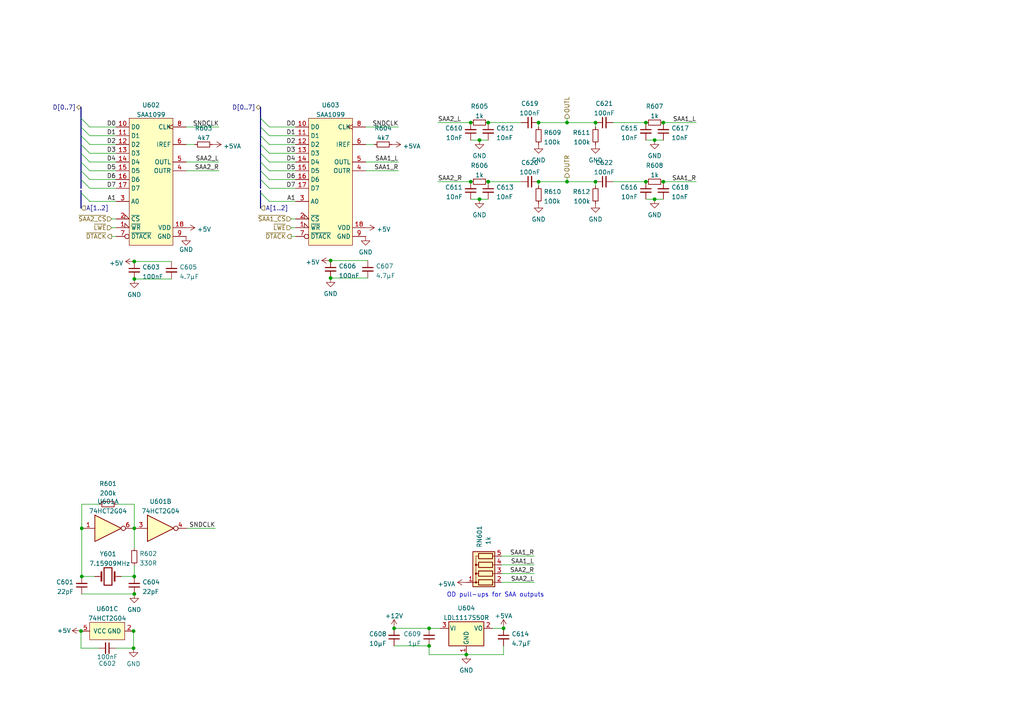
<source format=kicad_sch>
(kicad_sch (version 20210621) (generator eeschema)
  (paper "A4")
  (lib_symbols
    (symbol "68komputer-common:74HCT2G04" (pin_names (offset 1.016))
      (property "Reference" "U" (at 0 3.81 0))
      (property "Value" "74HCT2G04" (at 0 -5.08 0))
      (symbol "74HCT2G04_1_0"
        (polyline (pts (xy -3.81 3.81) (xy -3.81 -3.81) (xy 3.81 0) (xy -3.81 3.81)) (stroke (width 0.254)) (fill (type background)))
        (pin input line (at -7.62 0 0) (length 3.81) (name "~") (number "1"))
        (pin output inverted (at 7.62 0 180) (length 3.81) (name "~") (number "6"))
      )
      (symbol "74HCT2G04_2_0"
        (polyline (pts (xy -3.81 3.81) (xy -3.81 -3.81) (xy 3.81 0) (xy -3.81 3.81)) (stroke (width 0.254)) (fill (type background)))
        (pin input line (at -7.62 0 0) (length 3.81) (name "~") (number "3"))
        (pin output inverted (at 7.62 0 180) (length 3.81) (name "~") (number "4"))
      )
      (symbol "74HCT2G04_3_1"
        (rectangle (start -5.08 -2.54) (end 5.08 -7.62) (stroke (width 0.1524)) (fill (type background)))
        (pin power_in line (at 7.62 -5.08 180) (length 2.54) (name "GND") (number "2"))
        (pin power_in line (at -7.62 -5.08 0) (length 2.54) (name "VCC") (number "5"))
      )
    )
    (symbol "68komputer-common:SAA1099"
      (property "Reference" "U" (at 0 5.08 0))
      (property "Value" "SAA1099" (at 0 2.54 0))
      (symbol "SAA1099_0_1"
        (rectangle (start -6.35 1.27) (end 6.35 -35.56) (stroke (width 0.1524)) (fill (type background)))
      )
      (symbol "SAA1099_1_0"
        (pin input input_low (at -10.16 -30.48 0) (length 3.81) (name "~{WR}") (number "1"))
        (pin tri_state line (at -10.16 -1.27 0) (length 3.81) (name "D0") (number "10"))
        (pin tri_state line (at -10.16 -3.81 0) (length 3.81) (name "D1") (number "11"))
        (pin tri_state line (at -10.16 -6.35 0) (length 3.81) (name "D2") (number "12"))
        (pin tri_state line (at -10.16 -8.89 0) (length 3.81) (name "D3") (number "13"))
        (pin tri_state line (at -10.16 -11.43 0) (length 3.81) (name "D4") (number "14"))
        (pin tri_state line (at -10.16 -13.97 0) (length 3.81) (name "D5") (number "15"))
        (pin tri_state line (at -10.16 -16.51 0) (length 3.81) (name "D6") (number "16"))
        (pin tri_state line (at -10.16 -19.05 0) (length 3.81) (name "D7") (number "17"))
        (pin power_in line (at 10.16 -30.48 180) (length 3.81) (name "VDD") (number "18"))
        (pin input input_low (at -10.16 -27.94 0) (length 3.81) (name "~{CS}") (number "2"))
        (pin input line (at -10.16 -22.86 0) (length 3.81) (name "A0") (number "3"))
        (pin output line (at 10.16 -13.97 180) (length 3.81) (name "OUTR") (number "4"))
        (pin output line (at 10.16 -11.43 180) (length 3.81) (name "OUTL") (number "5"))
        (pin output line (at 10.16 -6.35 180) (length 3.81) (name "IREF") (number "6"))
        (pin tri_state inverted (at -10.16 -33.02 0) (length 3.81) (name "~{DTACK}") (number "7"))
        (pin input clock (at 10.16 -1.27 180) (length 3.81) (name "CLK") (number "8"))
        (pin power_in line (at 10.16 -33.02 180) (length 3.81) (name "GND") (number "9"))
      )
    )
    (symbol "Device:C_Small" (pin_numbers hide) (pin_names (offset 0.254) hide)
      (property "Reference" "C" (at 0.254 1.778 0))
      (property "Value" "C_Small" (at 0.254 -2.032 0))
      (symbol "C_Small_0_1"
        (polyline (pts (xy -1.524 -0.508) (xy 1.524 -0.508)) (stroke (width 0.3302)))
        (polyline (pts (xy -1.524 0.508) (xy 1.524 0.508)) (stroke (width 0.3048)))
      )
      (symbol "C_Small_1_1"
        (pin passive line (at 0 2.54 270) (length 2.032) (name "~") (number "1"))
        (pin passive line (at 0 -2.54 90) (length 2.032) (name "~") (number "2"))
      )
    )
    (symbol "Device:Crystal" (pin_numbers hide) (pin_names (offset 1.016) hide)
      (property "Reference" "Y" (at 0 3.81 0))
      (property "Value" "Crystal" (at 0 -3.81 0))
      (symbol "Crystal_0_1"
        (rectangle (start -1.143 2.54) (end 1.143 -2.54) (stroke (width 0.3048)))
        (polyline (pts (xy -2.54 0) (xy -1.905 0)))
        (polyline (pts (xy -1.905 -1.27) (xy -1.905 1.27)) (stroke (width 0.508)))
        (polyline (pts (xy 1.905 -1.27) (xy 1.905 1.27)) (stroke (width 0.508)))
        (polyline (pts (xy 2.54 0) (xy 1.905 0)))
      )
      (symbol "Crystal_1_1"
        (pin passive line (at -3.81 0 0) (length 1.27) (name "1") (number "1"))
        (pin passive line (at 3.81 0 180) (length 1.27) (name "2") (number "2"))
      )
    )
    (symbol "Device:R_Network04" (pin_names (offset 0) hide)
      (property "Reference" "RN" (at -7.62 0 90))
      (property "Value" "R_Network04" (at 5.08 0 90))
      (symbol "R_Network04_0_1"
        (rectangle (start -6.35 -3.175) (end 3.81 3.175) (stroke (width 0.254)) (fill (type background)))
        (rectangle (start -5.842 1.524) (end -4.318 -2.54) (stroke (width 0.254)))
        (circle (center -5.08 2.286) (radius 0.254) (fill (type outline)))
        (rectangle (start -3.302 1.524) (end -1.778 -2.54) (stroke (width 0.254)))
        (circle (center -2.54 2.286) (radius 0.254) (fill (type outline)))
        (rectangle (start -0.762 1.524) (end 0.762 -2.54) (stroke (width 0.254)))
        (polyline (pts (xy -5.08 -2.54) (xy -5.08 -3.81)))
        (polyline (pts (xy -2.54 -2.54) (xy -2.54 -3.81)))
        (polyline (pts (xy 0 -2.54) (xy 0 -3.81)))
        (polyline (pts (xy 2.54 -2.54) (xy 2.54 -3.81)))
        (polyline (pts (xy -5.08 1.524) (xy -5.08 2.286) (xy -2.54 2.286) (xy -2.54 1.524)))
        (polyline (pts (xy -2.54 1.524) (xy -2.54 2.286) (xy 0 2.286) (xy 0 1.524)))
        (polyline (pts (xy 0 1.524) (xy 0 2.286) (xy 2.54 2.286) (xy 2.54 1.524)))
        (circle (center 0 2.286) (radius 0.254) (fill (type outline)))
        (rectangle (start 1.778 1.524) (end 3.302 -2.54) (stroke (width 0.254)))
      )
      (symbol "R_Network04_1_1"
        (pin passive line (at -5.08 5.08 270) (length 2.54) (name "common") (number "1"))
        (pin passive line (at -5.08 -5.08 90) (length 1.27) (name "R1") (number "2"))
        (pin passive line (at -2.54 -5.08 90) (length 1.27) (name "R2") (number "3"))
        (pin passive line (at 0 -5.08 90) (length 1.27) (name "R3") (number "4"))
        (pin passive line (at 2.54 -5.08 90) (length 1.27) (name "R4") (number "5"))
      )
    )
    (symbol "Device:R_Small" (pin_numbers hide) (pin_names (offset 0.254) hide)
      (property "Reference" "R" (at 0.762 0.508 0))
      (property "Value" "R_Small" (at 0.762 -1.016 0))
      (symbol "R_Small_0_1"
        (rectangle (start -0.762 1.778) (end 0.762 -1.778) (stroke (width 0.2032)))
      )
      (symbol "R_Small_1_1"
        (pin passive line (at 0 2.54 270) (length 0.762) (name "~") (number "1"))
        (pin passive line (at 0 -2.54 90) (length 0.762) (name "~") (number "2"))
      )
    )
    (symbol "Regulator_Linear:LD1117S50TR_SOT223" (pin_names (offset 0.254))
      (property "Reference" "U" (at -3.81 3.175 0))
      (property "Value" "LD1117S50TR_SOT223" (at 0 3.175 0))
      (symbol "LD1117S50TR_SOT223_0_1"
        (rectangle (start -5.08 -5.08) (end 5.08 1.905) (stroke (width 0.254)) (fill (type background)))
      )
      (symbol "LD1117S50TR_SOT223_1_1"
        (pin power_in line (at 0 -7.62 90) (length 2.54) (name "GND") (number "1"))
        (pin power_out line (at 7.62 0 180) (length 2.54) (name "VO") (number "2"))
        (pin power_in line (at -7.62 0 0) (length 2.54) (name "VI") (number "3"))
      )
    )
    (symbol "power:+12V" (power) (pin_names (offset 0))
      (property "Value" "+12V" (at 0 3.556 0))
      (symbol "+12V_0_1"
        (polyline (pts (xy -0.762 1.27) (xy 0 2.54)))
        (polyline (pts (xy 0 0) (xy 0 2.54)))
        (polyline (pts (xy 0 2.54) (xy 0.762 1.27)))
      )
      (symbol "+12V_1_1"
        (pin power_in line (at 0 0 90) (length 0) hide (name "+12V") (number "1"))
      )
    )
    (symbol "power:+5V" (power) (pin_names (offset 0))
      (property "Value" "+5V" (at 0 3.556 0))
      (symbol "+5V_0_1"
        (polyline (pts (xy -0.762 1.27) (xy 0 2.54)))
        (polyline (pts (xy 0 0) (xy 0 2.54)))
        (polyline (pts (xy 0 2.54) (xy 0.762 1.27)))
      )
      (symbol "+5V_1_1"
        (pin power_in line (at 0 0 90) (length 0) hide (name "+5V") (number "1"))
      )
    )
    (symbol "power:+5VA" (power) (pin_names (offset 0))
      (property "Value" "+5VA" (at 0 3.556 0))
      (symbol "+5VA_0_1"
        (polyline (pts (xy -0.762 1.27) (xy 0 2.54)))
        (polyline (pts (xy 0 0) (xy 0 2.54)))
        (polyline (pts (xy 0 2.54) (xy 0.762 1.27)))
      )
      (symbol "+5VA_1_1"
        (pin power_in line (at 0 0 90) (length 0) hide (name "+5VA") (number "1"))
      )
    )
    (symbol "power:GND" (power) (pin_names (offset 0))
      (property "Value" "GND" (at 0 -3.81 0))
      (symbol "GND_0_1"
        (polyline (pts (xy 0 0) (xy 0 -1.27) (xy 1.27 -1.27) (xy 0 -2.54) (xy -1.27 -1.27) (xy 0 -1.27)))
      )
      (symbol "GND_1_1"
        (pin power_in line (at 0 0 270) (length 0) hide (name "GND") (number "1"))
      )
    )
  )
  (junction (at 23.7109 167.1994))
  (junction (at 156.21 35.56))
  (junction (at 136.525 35.56))
  (junction (at 141.605 52.705))
  (junction (at 172.72 52.705))
  (junction (at 187.325 35.56))
  (junction (at 192.405 35.56))
  (junction (at 189.865 57.785))
  (junction (at 124.46 182.245))
  (junction (at 114.3 182.245))
  (junction (at 38.9509 172.2794))
  (junction (at 124.46 187.325))
  (junction (at 192.405 52.705))
  (junction (at 23.7109 153.2294))
  (junction (at 146.05 182.245))
  (junction (at 38.735 187.9986))
  (junction (at 38.9509 167.1994))
  (junction (at 139.065 40.64))
  (junction (at 38.735 183.036))
  (junction (at 136.525 52.705))
  (junction (at 156.21 52.705))
  (junction (at 38.9509 153.2294))
  (junction (at 38.9509 75.8385))
  (junction (at 141.605 35.56))
  (junction (at 95.885 80.645))
  (junction (at 23.495 183.036))
  (junction (at 187.325 52.705))
  (junction (at 189.865 40.64))
  (junction (at 139.065 57.785))
  (junction (at 95.885 75.565))
  (junction (at 38.9509 80.9185))
  (junction (at 135.255 189.865))
  (junction (at 164.465 52.705))
  (junction (at 164.465 35.56))
  (junction (at 172.72 35.56))
  (bus_entry (at 26.035 52.07) (size -2.54 -2.54))
  (bus_entry (at 78.105 41.91) (size -2.54 -2.54))
  (bus_entry (at 26.035 36.83) (size -2.54 -2.54))
  (bus_entry (at 78.105 46.99) (size -2.54 -2.54))
  (bus_entry (at 26.035 44.45) (size -2.54 -2.54))
  (bus_entry (at 23.495 55.88) (size 2.54 2.54))
  (bus_entry (at 78.105 52.07) (size -2.54 -2.54))
  (bus_entry (at 78.105 36.83) (size -2.54 -2.54))
  (bus_entry (at 78.105 44.45) (size -2.54 -2.54))
  (bus_entry (at 78.105 49.53) (size -2.54 -2.54))
  (bus_entry (at 78.105 54.61) (size -2.54 -2.54))
  (bus_entry (at 26.035 49.53) (size -2.54 -2.54))
  (bus_entry (at 26.035 54.61) (size -2.54 -2.54))
  (bus_entry (at 26.035 41.91) (size -2.54 -2.54))
  (bus_entry (at 26.035 46.99) (size -2.54 -2.54))
  (bus_entry (at 75.565 55.88) (size 2.54 2.54))
  (bus_entry (at 26.035 39.37) (size -2.54 -2.54))
  (bus_entry (at 78.105 39.37) (size -2.54 -2.54))
  (bus (pts (xy 23.495 55.88) (xy 23.495 60.325)))
  (bus (pts (xy 75.565 41.91) (xy 75.565 44.45)))
  (wire (pts (xy 164.465 51.435) (xy 164.465 52.705)))
  (bus (pts (xy 23.495 39.37) (xy 23.495 41.91)))
  (bus (pts (xy 23.495 49.53) (xy 23.495 52.07)))
  (wire (pts (xy 142.875 182.245) (xy 146.05 182.245)))
  (wire (pts (xy 136.525 40.64) (xy 139.065 40.64)))
  (wire (pts (xy 139.065 40.64) (xy 141.605 40.64)))
  (wire (pts (xy 33.655 39.37) (xy 26.035 39.37)))
  (bus (pts (xy 23.495 34.29) (xy 23.495 36.83)))
  (wire (pts (xy 38.9509 146.2444) (xy 38.9509 153.2294)))
  (wire (pts (xy 124.46 182.245) (xy 127.635 182.245)))
  (wire (pts (xy 33.655 46.99) (xy 26.035 46.99)))
  (wire (pts (xy 53.975 49.53) (xy 63.5 49.53)))
  (wire (pts (xy 85.725 44.45) (xy 78.105 44.45)))
  (wire (pts (xy 192.405 40.64) (xy 189.865 40.64)))
  (wire (pts (xy 32.385 63.5) (xy 33.655 63.5)))
  (wire (pts (xy 145.415 163.83) (xy 154.94 163.83)))
  (wire (pts (xy 28.575 187.9986) (xy 23.495 187.9986)))
  (wire (pts (xy 53.975 36.83) (xy 63.5 36.83)))
  (wire (pts (xy 26.035 58.42) (xy 33.655 58.42)))
  (wire (pts (xy 85.725 36.83) (xy 78.105 36.83)))
  (bus (pts (xy 75.565 49.53) (xy 75.565 52.07)))
  (wire (pts (xy 33.655 36.83) (xy 26.035 36.83)))
  (wire (pts (xy 32.385 68.58) (xy 33.655 68.58)))
  (wire (pts (xy 84.455 68.58) (xy 85.725 68.58)))
  (wire (pts (xy 145.415 161.29) (xy 154.94 161.29)))
  (wire (pts (xy 156.21 52.705) (xy 156.21 53.975)))
  (wire (pts (xy 146.05 189.865) (xy 135.255 189.865)))
  (wire (pts (xy 78.105 58.42) (xy 85.725 58.42)))
  (wire (pts (xy 33.655 44.45) (xy 26.035 44.45)))
  (wire (pts (xy 95.885 75.565) (xy 106.68 75.565)))
  (wire (pts (xy 141.605 35.56) (xy 151.13 35.56)))
  (wire (pts (xy 114.3 187.325) (xy 124.46 187.325)))
  (wire (pts (xy 192.405 35.56) (xy 201.93 35.56)))
  (wire (pts (xy 189.865 57.785) (xy 187.325 57.785)))
  (wire (pts (xy 38.9509 80.9185) (xy 49.7459 80.9185)))
  (wire (pts (xy 106.045 49.53) (xy 115.57 49.53)))
  (wire (pts (xy 145.415 168.91) (xy 154.94 168.91)))
  (wire (pts (xy 106.045 36.83) (xy 115.57 36.83)))
  (bus (pts (xy 75.565 36.83) (xy 75.565 39.37)))
  (wire (pts (xy 38.9509 167.1994) (xy 38.9509 164.0244)))
  (wire (pts (xy 136.525 35.56) (xy 127 35.56)))
  (wire (pts (xy 106.045 41.91) (xy 108.585 41.91)))
  (wire (pts (xy 38.9509 153.2294) (xy 38.9509 158.9444)))
  (wire (pts (xy 32.385 66.04) (xy 33.655 66.04)))
  (bus (pts (xy 23.495 52.07) (xy 23.495 54.61)))
  (bus (pts (xy 23.495 46.99) (xy 23.495 49.53)))
  (wire (pts (xy 85.725 39.37) (xy 78.105 39.37)))
  (wire (pts (xy 23.7109 146.2444) (xy 28.7909 146.2444)))
  (wire (pts (xy 33.655 49.53) (xy 26.035 49.53)))
  (bus (pts (xy 75.565 44.45) (xy 75.565 46.99)))
  (wire (pts (xy 38.9509 75.8385) (xy 49.7459 75.8385)))
  (bus (pts (xy 75.565 55.245) (xy 75.565 55.88)))
  (wire (pts (xy 192.405 57.785) (xy 189.865 57.785)))
  (bus (pts (xy 23.495 41.91) (xy 23.495 44.45)))
  (wire (pts (xy 114.3 182.245) (xy 124.46 182.245)))
  (bus (pts (xy 75.565 52.07) (xy 75.565 54.61)))
  (wire (pts (xy 23.495 183.036) (xy 23.495 182.9186)))
  (wire (pts (xy 192.405 52.705) (xy 201.93 52.705)))
  (wire (pts (xy 54.1909 153.2294) (xy 62.4459 153.2294)))
  (bus (pts (xy 75.565 31.115) (xy 75.565 34.29)))
  (bus (pts (xy 75.565 55.88) (xy 75.565 60.325)))
  (wire (pts (xy 172.72 52.705) (xy 172.72 53.975)))
  (wire (pts (xy 53.975 41.91) (xy 56.515 41.91)))
  (wire (pts (xy 27.5209 167.1994) (xy 23.7109 167.1994)))
  (wire (pts (xy 85.725 52.07) (xy 78.105 52.07)))
  (wire (pts (xy 136.525 52.705) (xy 127 52.705)))
  (bus (pts (xy 23.495 44.45) (xy 23.495 46.99)))
  (wire (pts (xy 38.735 187.9986) (xy 38.735 183.036)))
  (wire (pts (xy 35.1409 167.1994) (xy 38.9509 167.1994)))
  (wire (pts (xy 189.865 40.64) (xy 187.325 40.64)))
  (wire (pts (xy 177.8 35.56) (xy 187.325 35.56)))
  (wire (pts (xy 85.725 46.99) (xy 78.105 46.99)))
  (wire (pts (xy 135.255 189.865) (xy 124.46 189.865)))
  (wire (pts (xy 85.725 41.91) (xy 78.105 41.91)))
  (bus (pts (xy 23.495 55.245) (xy 23.495 55.88)))
  (wire (pts (xy 23.495 187.9986) (xy 23.495 183.036)))
  (wire (pts (xy 177.8 52.705) (xy 187.325 52.705)))
  (wire (pts (xy 156.21 35.56) (xy 164.465 35.56)))
  (wire (pts (xy 164.465 35.56) (xy 172.72 35.56)))
  (wire (pts (xy 124.46 189.865) (xy 124.46 187.325)))
  (wire (pts (xy 33.655 41.91) (xy 26.035 41.91)))
  (bus (pts (xy 23.495 31.115) (xy 23.495 34.29)))
  (wire (pts (xy 172.72 35.56) (xy 172.72 36.83)))
  (wire (pts (xy 85.725 54.61) (xy 78.105 54.61)))
  (wire (pts (xy 164.465 52.705) (xy 172.72 52.705)))
  (wire (pts (xy 156.21 52.705) (xy 164.465 52.705)))
  (wire (pts (xy 164.465 34.29) (xy 164.465 35.56)))
  (wire (pts (xy 84.455 66.04) (xy 85.725 66.04)))
  (wire (pts (xy 146.05 187.325) (xy 146.05 189.865)))
  (wire (pts (xy 23.7109 172.2794) (xy 38.9509 172.2794)))
  (wire (pts (xy 33.655 54.61) (xy 26.035 54.61)))
  (wire (pts (xy 84.455 63.5) (xy 85.725 63.5)))
  (bus (pts (xy 75.565 39.37) (xy 75.565 41.91)))
  (wire (pts (xy 95.885 80.645) (xy 106.68 80.645)))
  (wire (pts (xy 53.975 46.99) (xy 63.5 46.99)))
  (wire (pts (xy 85.725 49.53) (xy 78.105 49.53)))
  (wire (pts (xy 33.8709 146.2444) (xy 38.9509 146.2444)))
  (wire (pts (xy 141.605 52.705) (xy 151.13 52.705)))
  (bus (pts (xy 75.565 34.29) (xy 75.565 36.83)))
  (wire (pts (xy 33.655 187.9986) (xy 38.735 187.9986)))
  (bus (pts (xy 23.495 36.83) (xy 23.495 39.37)))
  (wire (pts (xy 23.7109 153.2294) (xy 23.7109 167.1994)))
  (wire (pts (xy 156.21 35.56) (xy 156.21 36.83)))
  (wire (pts (xy 106.045 46.99) (xy 115.57 46.99)))
  (wire (pts (xy 38.735 183.036) (xy 38.735 182.9186)))
  (wire (pts (xy 139.065 57.785) (xy 141.605 57.785)))
  (wire (pts (xy 136.525 57.785) (xy 139.065 57.785)))
  (wire (pts (xy 33.655 52.07) (xy 26.035 52.07)))
  (bus (pts (xy 75.565 46.99) (xy 75.565 49.53)))
  (wire (pts (xy 23.7109 146.2444) (xy 23.7109 153.2294)))
  (wire (pts (xy 145.415 166.37) (xy 154.94 166.37)))
  (text "OD pull-ups for SAA outputs" (at 129.54 173.355 0) (effects (font (size 1.27 1.27)) (justify left bottom)))
  (label "SAA1_L" (at 154.94 163.83 180))
  (label "SNDCLK" (at 63.5 36.83 180))
  (label "D1" (at 85.725 39.37 180))
  (label "D7" (at 33.655 54.61 180))
  (label "SAA2_R" (at 63.5 49.53 180))
  (label "SNDCLK" (at 115.57 36.83 180))
  (label "D0" (at 85.725 36.83 180))
  (label "SAA1_L" (at 201.93 35.56 180))
  (label "D7" (at 85.725 54.61 180))
  (label "A1" (at 33.655 58.42 180))
  (label "SNDCLK" (at 62.4459 153.2294 180))
  (label "SAA2_L" (at 127 35.56 0))
  (label "D3" (at 85.725 44.45 180))
  (label "D5" (at 33.655 49.53 180))
  (label "A1" (at 85.725 58.42 180))
  (label "D5" (at 85.725 49.53 180))
  (label "D4" (at 33.655 46.99 180))
  (label "SAA2_L" (at 154.94 168.91 180))
  (label "D1" (at 33.655 39.37 180))
  (label "D2" (at 33.655 41.91 180))
  (label "SAA2_R" (at 127 52.705 0))
  (label "SAA2_R" (at 154.94 166.37 180))
  (label "SAA2_L" (at 63.5 46.99 180))
  (label "D6" (at 85.725 52.07 180))
  (label "D3" (at 33.655 44.45 180))
  (label "SAA1_L" (at 115.57 46.99 180))
  (label "SAA1_R" (at 154.94 161.29 180))
  (label "D0" (at 33.655 36.83 180))
  (label "D6" (at 33.655 52.07 180))
  (label "D2" (at 85.725 41.91 180))
  (label "SAA1_R" (at 201.93 52.705 180))
  (label "SAA1_R" (at 115.57 49.53 180))
  (label "D4" (at 85.725 46.99 180))
  (hierarchical_label "A[1..2]" (shape input) (at 23.495 60.325 0))
  (hierarchical_label "~{SAA2_CS}" (shape input) (at 32.385 63.5 180))
  (hierarchical_label "~{LWE}" (shape input) (at 32.385 66.04 180))
  (hierarchical_label "~{DTACK}" (shape output) (at 32.385 68.58 180))
  (hierarchical_label "D[0..7]" (shape bidirectional) (at 75.565 31.115 180))
  (hierarchical_label "~{DTACK}" (shape output) (at 84.455 68.58 180))
  (hierarchical_label "~{SAA1_CS}" (shape input) (at 84.455 63.5 180))
  (hierarchical_label "OUTL" (shape output) (at 164.465 34.29 90))
  (hierarchical_label "A[1..2]" (shape input) (at 75.565 60.325 0))
  (hierarchical_label "~{LWE}" (shape input) (at 84.455 66.04 180))
  (hierarchical_label "D[0..7]" (shape bidirectional) (at 23.495 31.115 180))
  (hierarchical_label "OUTR" (shape output) (at 164.465 51.435 90))
  (symbol (lib_id "power:GND") (at 38.9509 80.9185 0) (unit 1)
    (property "Reference" "#PWR0604" (effects hide))
    (property "Value" "GND" (at 38.9509 85.4809 0))
  )
  (symbol (lib_id "Device:R_Small") (at 172.72 56.515 0) (mirror x) (unit 1)
    (property "Reference" "R612" (at 171.2214 55.6065 0) (effects (justify right)))
    (property "Value" "100k" (at 171.2214 58.3816 0) (effects (justify right)))
    (property "Footprint" "Resistor_SMD:R_0805_2012Metric" (effects hide))
  )
  (symbol (lib_id "power:GND") (at 38.735 187.9986 0) (unit 1)
    (property "Reference" "#PWR0602" (effects hide))
    (property "Value" "GND" (at 38.735 192.561 0))
  )
  (symbol (lib_id "power:+5V") (at 95.885 75.565 90) (unit 1)
    (property "Reference" "#PWR0609" (effects hide))
    (property "Value" "+5V" (at 92.71 76.044 90) (effects (justify left)))
  )
  (symbol (lib_id "power:GND") (at 172.72 41.91 0) (unit 1)
    (property "Reference" "#PWR0624" (effects hide))
    (property "Value" "GND" (at 172.72 46.4724 0))
  )
  (symbol (lib_id "Device:R_Small") (at 31.3309 146.2444 270) (unit 1)
    (property "Reference" "R601" (at 31.3309 140.2943 90))
    (property "Value" "200k" (at 31.3309 143.0694 90))
    (property "Footprint" "Resistor_SMD:R_0805_2012Metric" (effects hide))
  )
  (symbol (lib_id "power:+5VA") (at 113.665 41.91 270) (unit 1)
    (property "Reference" "#PWR0613" (effects hide))
    (property "Value" "+5VA" (at 116.8399 42.389 90) (effects (justify left)))
  )
  (symbol (lib_id "Device:C_Small") (at 49.7459 78.3785 0) (unit 1)
    (property "Reference" "C605" (at 52.07 77.47 0) (effects (justify left)))
    (property "Value" "4.7µF" (at 52.07 80.2451 0) (effects (justify left)))
    (property "Footprint" "Capacitor_SMD:C_0805_2012Metric" (effects hide))
  )
  (symbol (lib_id "power:GND") (at 135.255 189.865 0) (unit 1)
    (property "Reference" "#PWR0616" (effects hide))
    (property "Value" "GND" (at 135.255 194.4274 0))
  )
  (symbol (lib_id "power:+5V") (at 23.495 182.9186 90) (unit 1)
    (property "Reference" "#PWR0601" (effects hide))
    (property "Value" "+5V" (at 16.51 182.9186 90) (effects (justify right)))
  )
  (symbol (lib_id "Device:Crystal") (at 31.3309 167.1994 0) (unit 1)
    (property "Reference" "Y601" (at 31.3309 160.6675 0))
    (property "Value" " 7.15909MHz" (at 31.3309 163.4426 0))
    (property "Footprint" "Crystal:Crystal_HC49-4H_Vertical" (effects hide))
    (property "MPN" "LFXTAL012626Bulk" (effects hide))
  )
  (symbol (lib_id "power:+5V") (at 53.975 66.04 270) (unit 1)
    (property "Reference" "#PWR0606" (effects hide))
    (property "Value" "+5V" (at 57.15 66.519 90) (effects (justify left)))
  )
  (symbol (lib_id "68komputer-common:74HCT2G04") (at 31.3309 153.2294 0) (unit 1)
    (property "Reference" "U601" (at 31.3309 145.4529 0))
    (property "Value" "74HCT2G04" (at 31.3309 148.228 0))
    (property "Footprint" "Package_SO:TSOP-6_1.65x3.05mm_P0.95mm" (effects hide))
    (property "Datasheet" "https://www.mouser.com/datasheet/2/916/74HC_HCT2G04-1597754.pdf" (effects hide))
    (property "MPN" "74HCT2G04GV,125" (effects hide))
  )
  (symbol (lib_id "Device:R_Small") (at 59.055 41.91 270) (mirror x) (unit 1)
    (property "Reference" "R603" (at 59.055 37.2069 90))
    (property "Value" "4k7" (at 59.055 39.982 90))
    (property "Footprint" "Resistor_SMD:R_0805_2012Metric" (effects hide))
  )
  (symbol (lib_id "Device:C_Small") (at 153.67 52.705 90) (mirror x) (unit 1)
    (property "Reference" "C620" (at 153.67 47.1764 90))
    (property "Value" "100nF" (at 153.67 49.9515 90))
    (property "Footprint" "Capacitor_SMD:C_0805_2012Metric" (effects hide))
  )
  (symbol (lib_id "Device:R_Small") (at 172.72 39.37 0) (mirror x) (unit 1)
    (property "Reference" "R611" (at 171.2214 38.4615 0) (effects (justify right)))
    (property "Value" "100k" (at 171.2214 41.2366 0) (effects (justify right)))
    (property "Footprint" "Resistor_SMD:R_0805_2012Metric" (effects hide))
  )
  (symbol (lib_id "power:GND") (at 189.865 57.785 0) (mirror y) (unit 1)
    (property "Reference" "#PWR0621" (effects hide))
    (property "Value" "GND" (at 189.865 62.3474 0))
  )
  (symbol (lib_id "Device:C_Small") (at 106.68 78.105 0) (unit 1)
    (property "Reference" "C607" (at 109.0041 77.1965 0) (effects (justify left)))
    (property "Value" "4.7µF" (at 109.0041 79.9716 0) (effects (justify left)))
    (property "Footprint" "Capacitor_SMD:C_0805_2012Metric" (effects hide))
  )
  (symbol (lib_id "Device:C_Small") (at 38.9509 169.7394 180) (unit 1)
    (property "Reference" "C604" (at 41.275 168.8309 0) (effects (justify right)))
    (property "Value" "22pF" (at 41.275 171.606 0) (effects (justify right)))
    (property "Footprint" "Capacitor_SMD:C_0805_2012Metric" (effects hide))
  )
  (symbol (lib_id "power:+5VA") (at 146.05 182.245 0) (unit 1)
    (property "Reference" "#PWR0619" (effects hide))
    (property "Value" "+5VA" (at 146.05 178.6405 0))
  )
  (symbol (lib_id "68komputer-common:74HCT2G04") (at 46.5709 153.2294 0) (unit 2)
    (property "Reference" "U601" (at 46.5709 145.4529 0))
    (property "Value" "74HCT2G04" (at 46.5709 148.228 0))
    (property "Footprint" "Package_SO:TSOP-6_1.65x3.05mm_P0.95mm" (effects hide))
    (property "Datasheet" "https://www.mouser.com/datasheet/2/916/74HC_HCT2G04-1597754.pdf" (effects hide))
  )
  (symbol (lib_id "power:+5V") (at 38.9509 75.8385 90) (unit 1)
    (property "Reference" "#PWR0603" (effects hide))
    (property "Value" "+5V" (at 35.7759 76.3175 90) (effects (justify left)))
  )
  (symbol (lib_id "68komputer-common:SAA1099") (at 95.885 35.56 0) (unit 1)
    (property "Reference" "U603" (at 95.885 30.48 0))
    (property "Value" "SAA1099" (at 95.885 33.2551 0))
    (property "Footprint" "Package_DIP:DIP-18_W7.62mm_Socket" (effects hide))
  )
  (symbol (lib_id "power:+5VA") (at 61.595 41.91 270) (unit 1)
    (property "Reference" "#PWR0608" (effects hide))
    (property "Value" "+5VA" (at 64.7699 42.389 90) (effects (justify left)))
  )
  (symbol (lib_id "Device:R_Small") (at 139.065 35.56 90) (unit 1)
    (property "Reference" "R605" (at 139.065 30.8569 90))
    (property "Value" "1k" (at 139.065 33.632 90))
    (property "Footprint" "Resistor_SMD:R_0805_2012Metric" (effects hide))
  )
  (symbol (lib_id "Device:R_Small") (at 38.9509 161.4844 0) (unit 1)
    (property "Reference" "R602" (at 40.4495 160.5759 0) (effects (justify left)))
    (property "Value" "330R" (at 40.4495 163.351 0) (effects (justify left)))
    (property "Footprint" "Resistor_SMD:R_0805_2012Metric" (effects hide))
  )
  (symbol (lib_id "power:GND") (at 139.065 40.64 0) (unit 1)
    (property "Reference" "#PWR0617" (effects hide))
    (property "Value" "GND" (at 139.065 45.2024 0))
  )
  (symbol (lib_id "Device:C_Small") (at 153.67 35.56 90) (mirror x) (unit 1)
    (property "Reference" "C619" (at 153.67 30.0314 90))
    (property "Value" "100nF" (at 153.67 32.8065 90))
    (property "Footprint" "Capacitor_SMD:C_0805_2012Metric" (effects hide))
  )
  (symbol (lib_id "Regulator_Linear:LD1117S50TR_SOT223") (at 135.255 182.245 0) (unit 1)
    (property "Reference" "U604" (at 135.255 176.3734 0))
    (property "Value" "LDL1117S50R" (at 135.255 179.1485 0))
    (property "Footprint" "Package_TO_SOT_SMD:SOT-223-3_TabPin2" (effects hide))
    (property "Datasheet" "http://www.st.com/st-web-ui/static/active/en/resource/technical/document/datasheet/CD00000544.pdf" (effects hide))
  )
  (symbol (lib_id "Device:C_Small") (at 141.605 38.1 0) (unit 1)
    (property "Reference" "C612" (at 143.9291 37.1915 0) (effects (justify left)))
    (property "Value" "10nF" (at 143.9291 39.9666 0) (effects (justify left)))
    (property "Footprint" "Capacitor_SMD:C_0805_2012Metric" (effects hide))
  )
  (symbol (lib_id "power:GND") (at 38.9509 172.2794 0) (unit 1)
    (property "Reference" "#PWR0605" (effects hide))
    (property "Value" "GND" (at 38.9509 176.8418 0))
  )
  (symbol (lib_id "power:GND") (at 53.975 68.58 0) (unit 1)
    (property "Reference" "#PWR0607" (effects hide))
    (property "Value" "GND" (at 53.975 72.39 0))
  )
  (symbol (lib_id "Device:C_Small") (at 175.26 35.56 90) (mirror x) (unit 1)
    (property "Reference" "C621" (at 175.26 30.0314 90))
    (property "Value" "100nF" (at 175.26 32.8065 90))
    (property "Footprint" "Capacitor_SMD:C_0805_2012Metric" (effects hide))
  )
  (symbol (lib_id "Device:R_Small") (at 189.865 52.705 270) (mirror x) (unit 1)
    (property "Reference" "R608" (at 189.865 48.0019 90))
    (property "Value" "1k" (at 189.865 50.777 90))
    (property "Footprint" "Resistor_SMD:R_0805_2012Metric" (effects hide))
  )
  (symbol (lib_id "Device:C_Small") (at 124.46 184.785 0) (mirror x) (unit 1)
    (property "Reference" "C609" (at 122.1359 183.8765 0) (effects (justify right)))
    (property "Value" "1µF" (at 122.1359 186.6516 0) (effects (justify right)))
    (property "Footprint" "Capacitor_SMD:C_0805_2012Metric" (effects hide))
  )
  (symbol (lib_id "Device:R_Network04") (at 140.335 163.83 90) (unit 1)
    (property "Reference" "RN601" (at 139.065 152.4 0) (effects (justify right)))
    (property "Value" "1k" (at 141.605 155.575 0) (effects (justify right)))
    (property "Footprint" "Resistor_THT:R_Array_SIP5" (effects hide))
    (property "Datasheet" "http://www.vishay.com/docs/31509/csc.pdf" (effects hide))
    (property "MPN" "4605X-AP1-102LF" (effects hide))
  )
  (symbol (lib_id "power:GND") (at 172.72 59.055 0) (unit 1)
    (property "Reference" "#PWR0625" (effects hide))
    (property "Value" "GND" (at 172.72 63.6174 0))
  )
  (symbol (lib_id "Device:C_Small") (at 187.325 38.1 0) (mirror y) (unit 1)
    (property "Reference" "C615" (at 185.0009 37.1915 0) (effects (justify left)))
    (property "Value" "10nF" (at 185.0009 39.9666 0) (effects (justify left)))
    (property "Footprint" "Capacitor_SMD:C_0805_2012Metric" (effects hide))
  )
  (symbol (lib_id "68komputer-common:SAA1099") (at 43.815 35.56 0) (unit 1)
    (property "Reference" "U602" (at 43.815 30.48 0))
    (property "Value" "SAA1099" (at 43.815 33.2551 0))
    (property "Footprint" "Package_DIP:DIP-18_W7.62mm_Socket" (effects hide))
  )
  (symbol (lib_id "power:GND") (at 139.065 57.785 0) (unit 1)
    (property "Reference" "#PWR0618" (effects hide))
    (property "Value" "GND" (at 139.065 62.3474 0))
  )
  (symbol (lib_id "Device:C_Small") (at 136.525 38.1 0) (mirror x) (unit 1)
    (property "Reference" "C610" (at 134.201 37.1915 0) (effects (justify right)))
    (property "Value" "10nF" (at 134.201 39.9666 0) (effects (justify right)))
    (property "Footprint" "Capacitor_SMD:C_0805_2012Metric" (effects hide))
  )
  (symbol (lib_id "68komputer-common:74HCT2G04") (at 31.115 177.956 0) (unit 3)
    (property "Reference" "U601" (at 31.115 176.5803 0))
    (property "Value" "74HCT2G04" (at 31.115 179.3554 0))
    (property "Footprint" "Package_SO:TSOP-6_1.65x3.05mm_P0.95mm" (effects hide))
    (property "Datasheet" "https://www.mouser.com/datasheet/2/916/74HC_HCT2G04-1597754.pdf" (effects hide))
  )
  (symbol (lib_id "power:+5V") (at 106.045 66.04 270) (unit 1)
    (property "Reference" "#PWR0611" (effects hide))
    (property "Value" "+5V" (at 109.22 66.519 90) (effects (justify left)))
  )
  (symbol (lib_id "Device:R_Small") (at 156.21 39.37 180) (unit 1)
    (property "Reference" "R609" (at 157.7086 38.4615 0) (effects (justify right)))
    (property "Value" "100k" (at 157.7086 41.2366 0) (effects (justify right)))
    (property "Footprint" "Resistor_SMD:R_0805_2012Metric" (effects hide))
  )
  (symbol (lib_id "power:GND") (at 106.045 68.58 0) (unit 1)
    (property "Reference" "#PWR0612" (effects hide))
    (property "Value" "GND" (at 106.045 73.1424 0))
  )
  (symbol (lib_id "power:GND") (at 156.21 59.055 0) (unit 1)
    (property "Reference" "#PWR0623" (effects hide))
    (property "Value" "GND" (at 156.21 63.6174 0))
  )
  (symbol (lib_id "Device:C_Small") (at 192.405 55.245 180) (unit 1)
    (property "Reference" "C618" (at 194.729 54.3365 0) (effects (justify right)))
    (property "Value" "10nF" (at 194.729 57.1116 0) (effects (justify right)))
    (property "Footprint" "Capacitor_SMD:C_0805_2012Metric" (effects hide))
  )
  (symbol (lib_id "Device:R_Small") (at 189.865 35.56 270) (mirror x) (unit 1)
    (property "Reference" "R607" (at 189.865 30.8569 90))
    (property "Value" "1k" (at 189.865 33.632 90))
    (property "Footprint" "Resistor_SMD:R_0805_2012Metric" (effects hide))
  )
  (symbol (lib_id "power:+5VA") (at 135.255 168.91 90) (unit 1)
    (property "Reference" "#PWR0615" (effects hide))
    (property "Value" "+5VA" (at 132.08 169.389 90) (effects (justify left)))
  )
  (symbol (lib_id "power:GND") (at 95.885 80.645 0) (unit 1)
    (property "Reference" "#PWR0610" (effects hide))
    (property "Value" "GND" (at 95.885 85.2074 0))
  )
  (symbol (lib_id "Device:C_Small") (at 141.605 55.245 0) (unit 1)
    (property "Reference" "C613" (at 143.9291 54.3365 0) (effects (justify left)))
    (property "Value" "10nF" (at 143.9291 57.1116 0) (effects (justify left)))
    (property "Footprint" "Capacitor_SMD:C_0805_2012Metric" (effects hide))
  )
  (symbol (lib_id "Device:C_Small") (at 38.9509 78.3785 0) (unit 1)
    (property "Reference" "C603" (at 41.275 77.47 0) (effects (justify left)))
    (property "Value" "100nF" (at 41.275 80.2451 0) (effects (justify left)))
    (property "Footprint" "Capacitor_SMD:C_0805_2012Metric" (effects hide))
  )
  (symbol (lib_id "Device:C_Small") (at 95.885 78.105 0) (unit 1)
    (property "Reference" "C606" (at 98.2091 77.1965 0) (effects (justify left)))
    (property "Value" "100nF" (at 98.2091 79.9716 0) (effects (justify left)))
    (property "Footprint" "Capacitor_SMD:C_0805_2012Metric" (effects hide))
  )
  (symbol (lib_id "Device:C_Small") (at 114.3 184.785 0) (mirror x) (unit 1)
    (property "Reference" "C608" (at 112.141 183.8765 0) (effects (justify right)))
    (property "Value" "10µF" (at 112.141 186.6516 0) (effects (justify right)))
    (property "Footprint" "Capacitor_SMD:C_0805_2012Metric" (effects hide))
  )
  (symbol (lib_id "power:GND") (at 189.865 40.64 0) (mirror y) (unit 1)
    (property "Reference" "#PWR0620" (effects hide))
    (property "Value" "GND" (at 189.865 45.2024 0))
  )
  (symbol (lib_id "Device:R_Small") (at 139.065 52.705 90) (unit 1)
    (property "Reference" "R606" (at 139.065 48.0019 90))
    (property "Value" "1k" (at 139.065 50.777 90))
    (property "Footprint" "Resistor_SMD:R_0805_2012Metric" (effects hide))
  )
  (symbol (lib_id "Device:C_Small") (at 175.26 52.705 90) (mirror x) (unit 1)
    (property "Reference" "C622" (at 175.26 47.1764 90))
    (property "Value" "100nF" (at 175.26 49.9515 90))
    (property "Footprint" "Capacitor_SMD:C_0805_2012Metric" (effects hide))
  )
  (symbol (lib_id "Device:C_Small") (at 187.325 55.245 0) (mirror y) (unit 1)
    (property "Reference" "C616" (at 185.0009 54.3365 0) (effects (justify left)))
    (property "Value" "10nF" (at 185.0009 57.1116 0) (effects (justify left)))
    (property "Footprint" "Capacitor_SMD:C_0805_2012Metric" (effects hide))
  )
  (symbol (lib_id "Device:C_Small") (at 146.05 184.785 0) (unit 1)
    (property "Reference" "C614" (at 148.3741 183.8765 0) (effects (justify left)))
    (property "Value" "4.7µF" (at 148.3741 186.6516 0) (effects (justify left)))
    (property "Footprint" "Capacitor_SMD:C_0805_2012Metric" (effects hide))
  )
  (symbol (lib_id "Device:R_Small") (at 111.125 41.91 270) (mirror x) (unit 1)
    (property "Reference" "R604" (at 111.125 37.2069 90))
    (property "Value" "4k7" (at 111.125 39.982 90))
    (property "Footprint" "Resistor_SMD:R_0805_2012Metric" (effects hide))
  )
  (symbol (lib_id "power:GND") (at 156.21 41.91 0) (unit 1)
    (property "Reference" "#PWR0622" (effects hide))
    (property "Value" "GND" (at 156.21 46.4724 0))
  )
  (symbol (lib_id "Device:C_Small") (at 192.405 38.1 180) (unit 1)
    (property "Reference" "C617" (at 194.729 37.1915 0) (effects (justify right)))
    (property "Value" "10nF" (at 194.729 39.9666 0) (effects (justify right)))
    (property "Footprint" "Capacitor_SMD:C_0805_2012Metric" (effects hide))
  )
  (symbol (lib_id "power:+12V") (at 114.3 182.245 0) (unit 1)
    (property "Reference" "#PWR0614" (effects hide))
    (property "Value" "+12V" (at 114.3 178.6405 0))
  )
  (symbol (lib_id "Device:C_Small") (at 136.525 55.245 0) (mirror x) (unit 1)
    (property "Reference" "C611" (at 134.201 54.3365 0) (effects (justify right)))
    (property "Value" "10nF" (at 134.201 57.1116 0) (effects (justify right)))
    (property "Footprint" "Capacitor_SMD:C_0805_2012Metric" (effects hide))
  )
  (symbol (lib_id "Device:C_Small") (at 23.7109 169.7394 0) (mirror x) (unit 1)
    (property "Reference" "C601" (at 21.3869 168.8309 0) (effects (justify right)))
    (property "Value" "22pF" (at 21.3869 171.606 0) (effects (justify right)))
    (property "Footprint" "Capacitor_SMD:C_0805_2012Metric" (effects hide))
  )
  (symbol (lib_id "Device:C_Small") (at 31.115 187.9986 270) (unit 1)
    (property "Reference" "C602" (at 31.115 192.4436 90))
    (property "Value" "100nF" (at 31.115 190.5386 90))
    (property "Footprint" "Capacitor_SMD:C_0805_2012Metric" (effects hide))
  )
  (symbol (lib_id "Device:R_Small") (at 156.21 56.515 180) (unit 1)
    (property "Reference" "R610" (at 157.7086 55.6065 0) (effects (justify right)))
    (property "Value" "100k" (at 157.7086 58.3816 0) (effects (justify right)))
    (property "Footprint" "Resistor_SMD:R_0805_2012Metric" (effects hide))
  )
)
</source>
